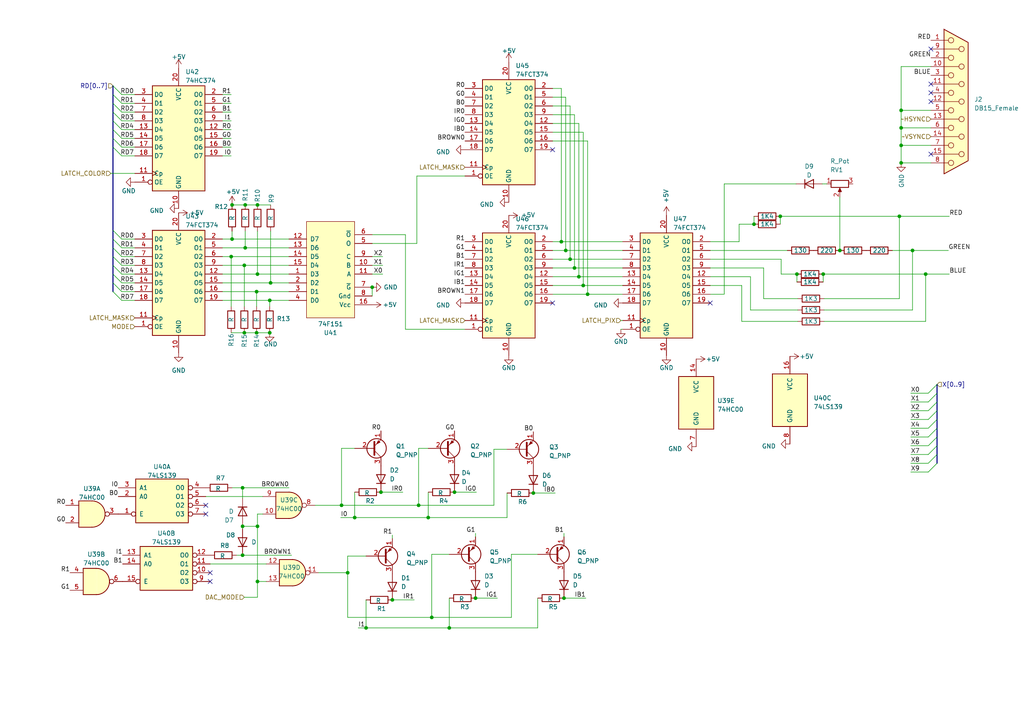
<source format=kicad_sch>
(kicad_sch (version 20230121) (generator eeschema)
  (paper "A4")
  (lib_symbols
    (symbol "68000:MUX151" (pin_names (offset 1.016))
      (property "Reference" "U" (at 1.27 -31.75 0))
      (property "Value" "MUX151" (at 1.27 0 0))
      (symbol "MUX151_1_1"
        (pin input line (at 13.97 -13.97 180) (length 5.08) (name "D3") (number "1"))
        (pin input line (at -10.16 -16.51 0) (length 5.08) (name "B") (number "10"))
        (pin input line (at -10.16 -13.97 0) (length 5.08) (name "A") (number "11"))
        (pin input line (at 13.97 -24.13 180) (length 5.08) (name "D7") (number "12"))
        (pin input line (at 13.97 -21.59 180) (length 5.08) (name "D6") (number "13"))
        (pin input line (at 13.97 -19.05 180) (length 5.08) (name "D5") (number "14"))
        (pin input line (at 13.97 -16.51 180) (length 5.08) (name "D4") (number "15"))
        (pin power_in line (at -10.16 -5.08 0) (length 5.08) (name "Vcc") (number "16"))
        (pin input line (at 13.97 -11.43 180) (length 5.08) (name "D2") (number "2"))
        (pin input line (at 13.97 -8.89 180) (length 5.08) (name "D1") (number "3"))
        (pin input line (at 13.97 -6.35 180) (length 5.08) (name "D0") (number "4"))
        (pin output line (at -10.16 -22.86 0) (length 5.08) (name "O") (number "5"))
        (pin output line (at -10.16 -25.4 0) (length 5.08) (name "~{O}") (number "6"))
        (pin input line (at -10.16 -10.16 0) (length 5.08) (name "~{G}") (number "7"))
        (pin power_in line (at -10.16 -7.62 0) (length 5.08) (name "Gnd") (number "8"))
        (pin input line (at -10.16 -19.05 0) (length 5.08) (name "C") (number "9"))
      )
    )
    (symbol "74xx:74AHC374"
      (property "Reference" "U" (at -7.62 16.51 0))
      (property "Value" "74AHC374" (at -7.62 -16.51 0))
      (symbol "74AHC374_1_0"
        (pin input inverted (at -12.7 -12.7 0) (length 5.08) (name "OE") (number "1"))
        (pin power_in line (at 0 -20.32 90) (length 5.08) (name "GND") (number "10"))
        (pin input clock (at -12.7 -10.16 0) (length 5.08) (name "Cp") (number "11"))
        (pin tri_state line (at 12.7 2.54 180) (length 5.08) (name "O4") (number "12"))
        (pin input line (at -12.7 2.54 0) (length 5.08) (name "D4") (number "13"))
        (pin input line (at -12.7 0 0) (length 5.08) (name "D5") (number "14"))
        (pin tri_state line (at 12.7 0 180) (length 5.08) (name "O5") (number "15"))
        (pin tri_state line (at 12.7 -2.54 180) (length 5.08) (name "O6") (number "16"))
        (pin input line (at -12.7 -2.54 0) (length 5.08) (name "D6") (number "17"))
        (pin input line (at -12.7 -5.08 0) (length 5.08) (name "D7") (number "18"))
        (pin tri_state line (at 12.7 -5.08 180) (length 5.08) (name "O7") (number "19"))
        (pin tri_state line (at 12.7 12.7 180) (length 5.08) (name "O0") (number "2"))
        (pin power_in line (at 0 20.32 270) (length 5.08) (name "VCC") (number "20"))
        (pin input line (at -12.7 12.7 0) (length 5.08) (name "D0") (number "3"))
        (pin input line (at -12.7 10.16 0) (length 5.08) (name "D1") (number "4"))
        (pin tri_state line (at 12.7 10.16 180) (length 5.08) (name "O1") (number "5"))
        (pin tri_state line (at 12.7 7.62 180) (length 5.08) (name "O2") (number "6"))
        (pin input line (at -12.7 7.62 0) (length 5.08) (name "D2") (number "7"))
        (pin input line (at -12.7 5.08 0) (length 5.08) (name "D3") (number "8"))
        (pin tri_state line (at 12.7 5.08 180) (length 5.08) (name "O3") (number "9"))
      )
    )
    (symbol "74xx:74HC00" (pin_names (offset 1.016))
      (property "Reference" "U" (at 0 1.27 0))
      (property "Value" "74HC00" (at 0 -1.27 0))
      (symbol "74HC00_1_1"
        (pin input line (at -7.62 2.54 0) (length 3.81) (name "~") (number "1"))
        (pin input line (at -7.62 -2.54 0) (length 3.81) (name "~") (number "2"))
        (pin output inverted (at 7.62 0 180) (length 3.81) (name "~") (number "3"))
      )
      (symbol "74HC00_1_2"
        (pin input inverted (at -7.62 2.54 0) (length 4.318) (name "~") (number "1"))
        (pin input inverted (at -7.62 -2.54 0) (length 4.318) (name "~") (number "2"))
        (pin output line (at 7.62 0 180) (length 3.81) (name "~") (number "3"))
      )
      (symbol "74HC00_2_1"
        (pin input line (at -7.62 2.54 0) (length 3.81) (name "~") (number "4"))
        (pin input line (at -7.62 -2.54 0) (length 3.81) (name "~") (number "5"))
        (pin output inverted (at 7.62 0 180) (length 3.81) (name "~") (number "6"))
      )
      (symbol "74HC00_2_2"
        (pin input inverted (at -7.62 2.54 0) (length 4.318) (name "~") (number "4"))
        (pin input inverted (at -7.62 -2.54 0) (length 4.318) (name "~") (number "5"))
        (pin output line (at 7.62 0 180) (length 3.81) (name "~") (number "6"))
      )
      (symbol "74HC00_3_1"
        (pin input line (at -7.62 -2.54 0) (length 3.81) (name "~") (number "10"))
        (pin output inverted (at 7.62 0 180) (length 3.81) (name "~") (number "8"))
        (pin input line (at -7.62 2.54 0) (length 3.81) (name "~") (number "9"))
      )
      (symbol "74HC00_3_2"
        (pin input inverted (at -7.62 -2.54 0) (length 4.318) (name "~") (number "10"))
        (pin output line (at 7.62 0 180) (length 3.81) (name "~") (number "8"))
        (pin input inverted (at -7.62 2.54 0) (length 4.318) (name "~") (number "9"))
      )
      (symbol "74HC00_4_1"
        (pin output inverted (at 7.62 0 180) (length 3.81) (name "~") (number "11"))
        (pin input line (at -7.62 2.54 0) (length 3.81) (name "~") (number "12"))
        (pin input line (at -7.62 -2.54 0) (length 3.81) (name "~") (number "13"))
      )
      (symbol "74HC00_4_2"
        (pin output line (at 7.62 0 180) (length 3.81) (name "~") (number "11"))
        (pin input inverted (at -7.62 2.54 0) (length 4.318) (name "~") (number "12"))
        (pin input inverted (at -7.62 -2.54 0) (length 4.318) (name "~") (number "13"))
      )
      (symbol "74HC00_5_0"
        (pin power_in line (at 0 12.7 270) (length 5.08) (name "VCC") (number "14"))
        (pin power_in line (at 0 -12.7 90) (length 5.08) (name "GND") (number "7"))
      )
    )
    (symbol "74xx:74LS139" (pin_names (offset 1.016))
      (property "Reference" "U" (at -7.62 8.89 0))
      (property "Value" "74LS139" (at -7.62 -8.89 0))
      (symbol "74LS139_1_0"
        (pin input inverted (at -12.7 -5.08 0) (length 5.08) (name "E") (number "1"))
        (pin input line (at -12.7 0 0) (length 5.08) (name "A0") (number "2"))
        (pin input line (at -12.7 2.54 0) (length 5.08) (name "A1") (number "3"))
        (pin output inverted (at 12.7 2.54 180) (length 5.08) (name "O0") (number "4"))
        (pin output inverted (at 12.7 0 180) (length 5.08) (name "O1") (number "5"))
        (pin output inverted (at 12.7 -2.54 180) (length 5.08) (name "O2") (number "6"))
        (pin output inverted (at 12.7 -5.08 180) (length 5.08) (name "O3") (number "7"))
      )
      (symbol "74LS139_2_0"
        (pin output inverted (at 12.7 -2.54 180) (length 5.08) (name "O2") (number "10"))
        (pin output inverted (at 12.7 0 180) (length 5.08) (name "O1") (number "11"))
        (pin output inverted (at 12.7 2.54 180) (length 5.08) (name "O0") (number "12"))
        (pin input line (at -12.7 2.54 0) (length 5.08) (name "A1") (number "13"))
        (pin input line (at -12.7 0 0) (length 5.08) (name "A0") (number "14"))
        (pin input inverted (at -12.7 -5.08 0) (length 5.08) (name "E") (number "15"))
        (pin output inverted (at 12.7 -5.08 180) (length 5.08) (name "O3") (number "9"))
      )
      (symbol "74LS139_3_0"
        (pin power_in line (at 0 12.7 270) (length 5.08) (name "VCC") (number "16"))
        (pin power_in line (at 0 -12.7 90) (length 5.08) (name "GND") (number "8"))
      )
    )
    (symbol "Connector:DB15_Female" (pin_names (offset 1.016) hide)
      (property "Reference" "J" (at 0.508 21.59 0))
      (property "Value" "DB15_Female" (at 0 -22.225 0))
      (symbol "DB15_Female_1_1"
        (pin passive line (at -7.62 17.78 0) (length 3.81) (name "1") (number "1"))
        (pin passive line (at -7.62 10.16 0) (length 3.81) (name "P10") (number "10"))
        (pin passive line (at -7.62 5.08 0) (length 3.81) (name "P111") (number "11"))
        (pin passive line (at -7.62 0 0) (length 3.81) (name "P12") (number "12"))
        (pin passive line (at -7.62 -5.08 0) (length 3.81) (name "P13") (number "13"))
        (pin passive line (at -7.62 -10.16 0) (length 3.81) (name "P14") (number "14"))
        (pin passive line (at -7.62 -15.24 0) (length 3.81) (name "P15") (number "15"))
        (pin passive line (at -7.62 12.7 0) (length 3.81) (name "2") (number "2"))
        (pin passive line (at -7.62 7.62 0) (length 3.81) (name "3") (number "3"))
        (pin passive line (at -7.62 2.54 0) (length 3.81) (name "4") (number "4"))
        (pin passive line (at -7.62 -2.54 0) (length 3.81) (name "5") (number "5"))
        (pin passive line (at -7.62 -7.62 0) (length 3.81) (name "6") (number "6"))
        (pin passive line (at -7.62 -12.7 0) (length 3.81) (name "7") (number "7"))
        (pin passive line (at -7.62 -17.78 0) (length 3.81) (name "8") (number "8"))
        (pin passive line (at -7.62 15.24 0) (length 3.81) (name "P9") (number "9"))
      )
    )
    (symbol "Device:D" (pin_numbers hide) (pin_names (offset 1.016) hide)
      (property "Reference" "D" (at 0 2.54 0))
      (property "Value" "D" (at 0 -2.54 0))
      (symbol "D_1_1"
        (pin passive line (at -3.81 0 0) (length 2.54) (name "K") (number "1"))
        (pin passive line (at 3.81 0 180) (length 2.54) (name "A") (number "2"))
      )
    )
    (symbol "Device:Q_PNP_EBC" (pin_names (offset 0) hide)
      (property "Reference" "Q" (at 5.08 1.27 0))
      (property "Value" "Q_PNP_EBC" (at 5.08 -1.27 0))
      (symbol "Q_PNP_EBC_1_1"
        (pin passive line (at 2.54 -5.08 90) (length 2.54) (name "E") (number "1"))
        (pin input line (at -5.08 0 0) (length 5.715) (name "B") (number "2"))
        (pin passive line (at 2.54 5.08 270) (length 2.54) (name "C") (number "3"))
      )
    )
    (symbol "Device:R" (pin_numbers hide) (pin_names (offset 0))
      (property "Reference" "R" (at 2.032 0 90))
      (property "Value" "R" (at 0 0 90))
      (symbol "R_1_1"
        (pin passive line (at 0 3.81 270) (length 1.27) (name "~") (number "1"))
        (pin passive line (at 0 -3.81 90) (length 1.27) (name "~") (number "2"))
      )
    )
    (symbol "Device:R_Potentiometer" (pin_names (offset 1.016) hide)
      (property "Reference" "RV" (at -4.445 0 90))
      (property "Value" "R_Potentiometer" (at -2.54 0 90))
      (symbol "R_Potentiometer_1_1"
        (pin passive line (at 0 3.81 270) (length 1.27) (name "1") (number "1"))
        (pin passive line (at 3.81 0 180) (length 1.27) (name "2") (number "2"))
        (pin passive line (at 0 -3.81 90) (length 1.27) (name "3") (number "3"))
      )
    )
    (symbol "power:+5V" (power) (pin_names (offset 0))
      (property "Value" "+5V" (at 0 3.556 0))
      (symbol "+5V_1_1"
        (pin power_in line (at 0 0 90) (length 0) hide (name "+5V") (number "1"))
      )
    )
    (symbol "power:GND" (power) (pin_names (offset 0))
      (property "Value" "GND" (at 0 -3.81 0))
      (symbol "GND_1_1"
        (pin power_in line (at 0 0 270) (length 0) hide (name "GND") (number "1"))
      )
    )
  )
  (junction (at 121.412 146.558))
  (junction (at 74.676 59.436))
  (junction (at 78.232 96.52))
  (junction (at 78.486 82.042))
  (junction (at 130.302 182.118))
  (junction (at 154.686 143.002))
  (junction (at 70.358 161.036))
  (junction (at 226.314 62.738))
  (junction (at 107.95 83.312))
  (junction (at 67.056 74.422))
  (junction (at 110.49 142.748))
  (junction (at 74.676 168.656))
  (junction (at 67.31 69.342))
  (junction (at 162.814 70.104))
  (junction (at 218.694 65.024))
  (junction (at 70.358 141.478))
  (junction (at 124.206 150.114))
  (junction (at 70.866 76.962))
  (junction (at 170.434 85.344))
  (junction (at 131.826 142.748))
  (junction (at 74.422 96.52))
  (junction (at 166.624 77.724))
  (junction (at 70.358 152.654))
  (junction (at 164.084 72.644))
  (junction (at 74.676 152.654))
  (junction (at 169.164 82.804))
  (junction (at 70.866 96.52))
  (junction (at 99.06 146.558))
  (junction (at 167.894 80.264))
  (junction (at 106.172 182.118))
  (junction (at 260.858 62.738))
  (junction (at 261.366 47.244))
  (junction (at 78.232 87.122))
  (junction (at 74.422 84.582))
  (junction (at 71.12 71.882))
  (junction (at 67.31 59.436))
  (junction (at 125.222 179.07))
  (junction (at 137.922 173.482))
  (junction (at 268.478 79.502))
  (junction (at 243.586 72.644))
  (junction (at 261.366 42.164))
  (junction (at 71.12 59.436))
  (junction (at 238.76 79.502))
  (junction (at 74.676 79.502))
  (junction (at 261.366 37.084))
  (junction (at 102.87 150.114))
  (junction (at 231.14 79.502))
  (junction (at 165.354 75.184))
  (junction (at 100.838 166.116))
  (junction (at 113.792 173.99))
  (junction (at 163.576 173.482))
  (junction (at 264.668 72.644))
  (junction (at 261.366 32.004))
  (no_connect (at 270.002 26.924))
  (no_connect (at 160.274 43.434))
  (no_connect (at 270.002 14.224))
  (no_connect (at 59.69 146.558))
  (no_connect (at 270.002 24.384))
  (no_connect (at 205.994 87.884))
  (no_connect (at 60.96 168.656))
  (no_connect (at 270.002 29.464))
  (no_connect (at 270.002 44.704))
  (no_connect (at 60.96 166.116))
  (no_connect (at 160.274 87.884))
  (no_connect (at 59.69 149.098))
  (bus_entry (at 35.306 45.212) (size -2.54 -2.54))
  (bus_entry (at 35.306 40.132) (size -2.54 -2.54))
  (bus_entry (at 35.306 42.672) (size -2.54 -2.54))
  (bus_entry (at 35.306 76.962) (size -2.54 -2.54))
  (bus_entry (at 269.24 136.906) (size 2.54 -2.54))
  (bus_entry (at 269.24 119.126) (size 2.54 -2.54))
  (bus_entry (at 35.306 35.052) (size -2.54 -2.54))
  (bus_entry (at 269.24 134.366) (size 2.54 -2.54))
  (bus_entry (at 269.24 121.666) (size 2.54 -2.54))
  (bus_entry (at 269.24 131.826) (size 2.54 -2.54))
  (bus_entry (at 35.306 32.512) (size -2.54 -2.54))
  (bus_entry (at 35.306 79.502) (size -2.54 -2.54))
  (bus_entry (at 35.306 71.882) (size -2.54 -2.54))
  (bus_entry (at 35.306 69.342) (size -2.54 -2.54))
  (bus_entry (at 35.306 74.422) (size -2.54 -2.54))
  (bus_entry (at 269.24 116.586) (size 2.54 -2.54))
  (bus_entry (at 269.24 129.286) (size 2.54 -2.54))
  (bus_entry (at 269.24 126.746) (size 2.54 -2.54))
  (bus_entry (at 35.306 27.432) (size -2.54 -2.54))
  (bus_entry (at 35.306 84.582) (size -2.54 -2.54))
  (bus_entry (at 269.24 124.206) (size 2.54 -2.54))
  (bus_entry (at 35.306 29.972) (size -2.54 -2.54))
  (bus_entry (at 35.306 82.042) (size -2.54 -2.54))
  (bus_entry (at 269.24 114.046) (size 2.54 -2.54))
  (bus_entry (at 35.306 37.592) (size -2.54 -2.54))
  (bus_entry (at 35.306 87.122) (size -2.54 -2.54))
  (wire (pts (xy 67.056 96.52) (xy 70.866 96.52)))
  (wire (pts (xy 84.582 161.036) (xy 70.358 161.036)))
  (wire (pts (xy 243.586 57.15) (xy 243.586 72.644)))
  (wire (pts (xy 74.676 152.654) (xy 74.676 168.656)))
  (wire (pts (xy 67.056 35.052) (xy 64.516 35.052)))
  (wire (pts (xy 264.16 116.586) (xy 269.24 116.586)))
  (wire (pts (xy 226.314 62.738) (xy 226.314 65.024)))
  (wire (pts (xy 170.434 85.344) (xy 180.594 85.344)))
  (wire (pts (xy 74.676 173.228) (xy 74.676 168.656)))
  (wire (pts (xy 167.894 80.264) (xy 180.594 80.264)))
  (wire (pts (xy 99.06 146.558) (xy 121.412 146.558)))
  (wire (pts (xy 67.056 27.432) (xy 64.516 27.432)))
  (wire (pts (xy 131.826 142.748) (xy 138.176 142.748)))
  (bus (pts (xy 271.78 111.506) (xy 271.78 114.046)))
  (wire (pts (xy 64.516 79.502) (xy 74.676 79.502)))
  (bus (pts (xy 271.78 129.286) (xy 271.78 131.826)))
  (wire (pts (xy 162.814 70.104) (xy 160.274 70.104)))
  (wire (pts (xy 100.838 179.07) (xy 125.222 179.07)))
  (wire (pts (xy 64.516 71.882) (xy 71.12 71.882)))
  (wire (pts (xy 164.084 28.194) (xy 164.084 72.644)))
  (wire (pts (xy 35.306 32.512) (xy 39.116 32.512)))
  (wire (pts (xy 78.486 67.056) (xy 78.486 82.042)))
  (wire (pts (xy 264.16 124.206) (xy 269.24 124.206)))
  (wire (pts (xy 166.624 77.724) (xy 180.594 77.724)))
  (wire (pts (xy 155.956 182.118) (xy 130.302 182.118)))
  (wire (pts (xy 169.164 38.354) (xy 169.164 82.804)))
  (wire (pts (xy 165.354 75.184) (xy 180.594 75.184)))
  (wire (pts (xy 261.366 47.244) (xy 270.002 47.244)))
  (bus (pts (xy 271.78 124.206) (xy 271.78 126.746)))
  (wire (pts (xy 67.056 40.132) (xy 64.516 40.132)))
  (wire (pts (xy 162.814 70.104) (xy 180.594 70.104)))
  (wire (pts (xy 70.358 152.654) (xy 70.358 152.146)))
  (wire (pts (xy 205.994 72.644) (xy 228.346 72.644)))
  (wire (pts (xy 268.478 79.502) (xy 275.336 79.502)))
  (wire (pts (xy 92.456 166.116) (xy 100.838 166.116)))
  (wire (pts (xy 205.994 85.344) (xy 210.058 85.344)))
  (wire (pts (xy 102.87 142.748) (xy 102.87 150.114)))
  (bus (pts (xy 32.766 71.882) (xy 32.766 74.422)))
  (wire (pts (xy 180.594 92.964) (xy 180.086 92.964)))
  (wire (pts (xy 218.694 65.024) (xy 214.376 65.024)))
  (wire (pts (xy 116.84 142.748) (xy 110.49 142.748)))
  (wire (pts (xy 160.274 33.274) (xy 166.624 33.274)))
  (wire (pts (xy 264.668 89.916) (xy 264.668 72.644)))
  (wire (pts (xy 205.994 82.804) (xy 215.138 82.804)))
  (wire (pts (xy 64.516 69.342) (xy 67.31 69.342)))
  (wire (pts (xy 148.336 160.782) (xy 155.956 160.782)))
  (wire (pts (xy 125.222 160.782) (xy 130.302 160.782)))
  (wire (pts (xy 160.274 30.734) (xy 165.354 30.734)))
  (wire (pts (xy 164.084 72.644) (xy 180.594 72.644)))
  (wire (pts (xy 64.516 76.962) (xy 70.866 76.962)))
  (wire (pts (xy 113.792 156.21) (xy 113.792 155.194)))
  (wire (pts (xy 210.058 53.34) (xy 210.058 85.344)))
  (wire (pts (xy 35.306 74.422) (xy 39.116 74.422)))
  (wire (pts (xy 107.95 70.612) (xy 120.904 70.612)))
  (wire (pts (xy 215.138 82.804) (xy 215.138 93.218)))
  (wire (pts (xy 270.002 19.304) (xy 261.366 19.304)))
  (wire (pts (xy 70.358 144.526) (xy 70.358 141.478)))
  (wire (pts (xy 67.056 32.512) (xy 64.516 32.512)))
  (wire (pts (xy 258.826 72.644) (xy 264.668 72.644)))
  (wire (pts (xy 67.056 42.672) (xy 64.516 42.672)))
  (bus (pts (xy 32.766 79.502) (xy 32.766 82.042)))
  (wire (pts (xy 124.206 130.048) (xy 121.412 130.048)))
  (bus (pts (xy 32.766 37.592) (xy 32.766 40.132)))
  (wire (pts (xy 226.314 62.738) (xy 260.858 62.738)))
  (wire (pts (xy 143.256 130.302) (xy 143.256 146.558)))
  (wire (pts (xy 167.894 80.264) (xy 167.894 35.814)))
  (bus (pts (xy 32.766 69.342) (xy 32.766 71.882)))
  (wire (pts (xy 164.084 72.644) (xy 160.274 72.644)))
  (wire (pts (xy 260.858 86.614) (xy 260.858 62.738)))
  (wire (pts (xy 70.866 96.52) (xy 74.422 96.52)))
  (wire (pts (xy 130.302 182.118) (xy 130.302 173.482)))
  (wire (pts (xy 35.306 37.592) (xy 39.116 37.592)))
  (wire (pts (xy 74.422 84.582) (xy 74.422 88.9)))
  (wire (pts (xy 67.31 59.436) (xy 71.12 59.436)))
  (wire (pts (xy 264.16 134.366) (xy 269.24 134.366)))
  (wire (pts (xy 221.488 77.724) (xy 221.488 86.614)))
  (wire (pts (xy 120.904 70.612) (xy 120.904 51.054)))
  (wire (pts (xy 60.96 163.576) (xy 77.216 163.576)))
  (wire (pts (xy 163.576 155.702) (xy 163.576 154.686)))
  (wire (pts (xy 67.056 45.212) (xy 64.516 45.212)))
  (wire (pts (xy 147.066 150.114) (xy 147.066 143.002)))
  (wire (pts (xy 239.014 89.916) (xy 264.668 89.916)))
  (wire (pts (xy 124.206 150.114) (xy 147.066 150.114)))
  (wire (pts (xy 121.412 146.558) (xy 143.256 146.558)))
  (bus (pts (xy 271.78 119.126) (xy 271.78 121.666)))
  (wire (pts (xy 169.164 82.804) (xy 160.274 82.804)))
  (wire (pts (xy 35.306 69.342) (xy 39.116 69.342)))
  (wire (pts (xy 137.922 155.702) (xy 137.922 154.686)))
  (wire (pts (xy 268.478 93.218) (xy 268.478 79.502)))
  (wire (pts (xy 70.358 141.478) (xy 67.31 141.478)))
  (wire (pts (xy 67.31 69.342) (xy 83.82 69.342)))
  (wire (pts (xy 110.998 74.422) (xy 107.95 74.422)))
  (wire (pts (xy 217.678 89.916) (xy 217.678 80.264)))
  (wire (pts (xy 35.306 40.132) (xy 39.116 40.132)))
  (wire (pts (xy 230.886 53.34) (xy 210.058 53.34)))
  (wire (pts (xy 167.894 80.264) (xy 160.274 80.264)))
  (wire (pts (xy 264.16 136.906) (xy 269.24 136.906)))
  (wire (pts (xy 160.274 40.894) (xy 170.434 40.894)))
  (wire (pts (xy 264.16 131.826) (xy 269.24 131.826)))
  (wire (pts (xy 261.366 37.084) (xy 270.002 37.084)))
  (wire (pts (xy 74.676 79.502) (xy 83.82 79.502)))
  (wire (pts (xy 264.16 129.286) (xy 269.24 129.286)))
  (wire (pts (xy 160.274 28.194) (xy 164.084 28.194)))
  (bus (pts (xy 32.766 82.042) (xy 32.766 84.582)))
  (wire (pts (xy 226.568 79.502) (xy 231.14 79.502)))
  (bus (pts (xy 271.78 114.046) (xy 271.78 116.586)))
  (wire (pts (xy 64.516 87.122) (xy 78.232 87.122)))
  (wire (pts (xy 70.866 76.962) (xy 70.866 88.9)))
  (wire (pts (xy 238.76 79.502) (xy 268.478 79.502)))
  (wire (pts (xy 124.206 150.114) (xy 124.206 142.748)))
  (wire (pts (xy 64.516 84.582) (xy 74.422 84.582)))
  (wire (pts (xy 35.306 27.432) (xy 39.116 27.432)))
  (bus (pts (xy 271.78 131.826) (xy 271.78 134.366)))
  (bus (pts (xy 32.766 24.892) (xy 32.766 27.432)))
  (wire (pts (xy 107.95 68.072) (xy 117.602 68.072)))
  (wire (pts (xy 215.138 93.218) (xy 231.394 93.218)))
  (wire (pts (xy 83.82 141.478) (xy 70.358 141.478)))
  (wire (pts (xy 106.172 182.118) (xy 130.302 182.118)))
  (wire (pts (xy 35.306 71.882) (xy 39.116 71.882)))
  (wire (pts (xy 70.358 153.416) (xy 70.358 152.654)))
  (wire (pts (xy 74.676 149.098) (xy 74.676 152.654)))
  (bus (pts (xy 271.78 116.586) (xy 271.78 119.126)))
  (wire (pts (xy 217.678 80.264) (xy 205.994 80.264)))
  (wire (pts (xy 147.066 130.302) (xy 143.256 130.302)))
  (wire (pts (xy 162.814 25.654) (xy 160.274 25.654)))
  (wire (pts (xy 170.434 85.344) (xy 160.274 85.344)))
  (wire (pts (xy 165.354 75.184) (xy 160.274 75.184)))
  (wire (pts (xy 165.354 30.734) (xy 165.354 75.184)))
  (wire (pts (xy 180.594 95.504) (xy 180.086 95.504)))
  (wire (pts (xy 35.306 82.042) (xy 39.116 82.042)))
  (wire (pts (xy 67.056 74.422) (xy 83.82 74.422)))
  (wire (pts (xy 78.486 82.042) (xy 83.82 82.042)))
  (wire (pts (xy 231.14 79.502) (xy 231.14 81.788)))
  (wire (pts (xy 169.926 173.482) (xy 163.576 173.482)))
  (bus (pts (xy 32.766 35.052) (xy 32.766 37.592)))
  (wire (pts (xy 148.336 160.782) (xy 148.336 179.07)))
  (wire (pts (xy 98.806 150.114) (xy 102.87 150.114)))
  (wire (pts (xy 205.994 77.724) (xy 221.488 77.724)))
  (wire (pts (xy 74.422 96.52) (xy 78.232 96.52)))
  (wire (pts (xy 205.994 75.184) (xy 226.568 75.184)))
  (wire (pts (xy 117.602 68.072) (xy 117.602 95.504)))
  (wire (pts (xy 270.002 32.004) (xy 261.366 32.004)))
  (wire (pts (xy 110.998 79.502) (xy 107.95 79.502)))
  (wire (pts (xy 74.676 67.056) (xy 74.676 79.502)))
  (wire (pts (xy 166.624 77.724) (xy 160.274 77.724)))
  (wire (pts (xy 160.274 38.354) (xy 169.164 38.354)))
  (wire (pts (xy 205.994 70.104) (xy 214.376 70.104)))
  (wire (pts (xy 35.306 84.582) (xy 39.116 84.582)))
  (wire (pts (xy 125.222 160.782) (xy 125.222 179.07)))
  (wire (pts (xy 170.434 40.894) (xy 170.434 85.344)))
  (wire (pts (xy 70.358 152.654) (xy 74.676 152.654)))
  (wire (pts (xy 161.036 143.002) (xy 154.686 143.002)))
  (wire (pts (xy 70.358 161.036) (xy 68.58 161.036)))
  (wire (pts (xy 64.516 82.042) (xy 78.486 82.042)))
  (wire (pts (xy 35.306 87.122) (xy 39.116 87.122)))
  (wire (pts (xy 78.232 87.122) (xy 83.82 87.122)))
  (wire (pts (xy 107.95 83.312) (xy 107.95 85.852)))
  (wire (pts (xy 35.306 79.502) (xy 39.116 79.502)))
  (wire (pts (xy 71.12 67.056) (xy 71.12 71.882)))
  (wire (pts (xy 100.838 161.29) (xy 100.838 166.116)))
  (wire (pts (xy 103.886 182.118) (xy 106.172 182.118)))
  (wire (pts (xy 35.306 29.972) (xy 39.116 29.972)))
  (wire (pts (xy 32.131 50.292) (xy 39.116 50.292)))
  (wire (pts (xy 67.056 74.422) (xy 67.056 88.9)))
  (wire (pts (xy 102.87 130.048) (xy 99.06 130.048)))
  (wire (pts (xy 35.306 45.212) (xy 39.116 45.212)))
  (bus (pts (xy 32.766 29.972) (xy 32.766 32.512)))
  (wire (pts (xy 221.488 86.614) (xy 231.394 86.614)))
  (wire (pts (xy 169.164 82.804) (xy 180.594 82.804)))
  (bus (pts (xy 32.766 32.512) (xy 32.766 35.052)))
  (wire (pts (xy 264.16 121.666) (xy 269.24 121.666)))
  (bus (pts (xy 32.766 76.962) (xy 32.766 79.502)))
  (wire (pts (xy 70.866 76.962) (xy 83.82 76.962)))
  (wire (pts (xy 261.366 19.304) (xy 261.366 32.004)))
  (wire (pts (xy 74.422 84.582) (xy 83.82 84.582)))
  (wire (pts (xy 260.858 62.738) (xy 275.336 62.738)))
  (wire (pts (xy 35.306 35.052) (xy 39.116 35.052)))
  (wire (pts (xy 226.568 75.184) (xy 226.568 79.502)))
  (wire (pts (xy 162.814 25.654) (xy 162.814 70.104)))
  (bus (pts (xy 271.78 126.746) (xy 271.78 129.286)))
  (wire (pts (xy 102.87 150.114) (xy 124.206 150.114)))
  (wire (pts (xy 67.056 37.592) (xy 64.516 37.592)))
  (wire (pts (xy 231.394 89.916) (xy 217.678 89.916)))
  (wire (pts (xy 74.676 59.436) (xy 78.486 59.436)))
  (wire (pts (xy 110.998 76.962) (xy 107.95 76.962)))
  (wire (pts (xy 106.172 161.29) (xy 100.838 161.29)))
  (wire (pts (xy 64.516 74.422) (xy 67.056 74.422)))
  (wire (pts (xy 35.306 76.962) (xy 39.116 76.962)))
  (wire (pts (xy 106.172 182.118) (xy 106.172 173.99)))
  (wire (pts (xy 261.366 42.164) (xy 261.366 37.084)))
  (wire (pts (xy 218.694 62.738) (xy 218.694 65.024)))
  (wire (pts (xy 100.838 166.116) (xy 100.838 179.07)))
  (wire (pts (xy 71.12 71.882) (xy 83.82 71.882)))
  (wire (pts (xy 238.506 53.34) (xy 239.776 53.34)))
  (wire (pts (xy 67.056 29.972) (xy 64.516 29.972)))
  (wire (pts (xy 239.014 93.218) (xy 268.478 93.218)))
  (bus (pts (xy 32.766 42.672) (xy 32.766 66.802)))
  (wire (pts (xy 78.232 87.122) (xy 78.232 88.9)))
  (wire (pts (xy 121.412 130.048) (xy 121.412 146.558)))
  (wire (pts (xy 99.06 130.048) (xy 99.06 146.558)))
  (wire (pts (xy 214.376 65.024) (xy 214.376 70.104)))
  (wire (pts (xy 144.272 173.482) (xy 137.922 173.482)))
  (wire (pts (xy 264.16 119.126) (xy 269.24 119.126)))
  (wire (pts (xy 264.668 72.644) (xy 275.082 72.644)))
  (bus (pts (xy 32.766 40.132) (xy 32.766 42.672)))
  (wire (pts (xy 134.874 95.504) (xy 117.602 95.504)))
  (wire (pts (xy 160.274 35.814) (xy 167.894 35.814)))
  (wire (pts (xy 264.16 126.746) (xy 269.24 126.746)))
  (wire (pts (xy 59.69 144.018) (xy 76.2 144.018)))
  (wire (pts (xy 91.44 146.558) (xy 99.06 146.558)))
  (wire (pts (xy 74.676 168.656) (xy 77.216 168.656)))
  (wire (pts (xy 166.624 33.274) (xy 166.624 77.724)))
  (wire (pts (xy 120.142 173.99) (xy 113.792 173.99)))
  (wire (pts (xy 261.366 47.244) (xy 261.366 42.164)))
  (wire (pts (xy 70.866 173.228) (xy 74.676 173.228)))
  (bus (pts (xy 32.766 74.422) (xy 32.766 76.962)))
  (wire (pts (xy 67.31 67.056) (xy 67.31 69.342)))
  (wire (pts (xy 120.904 51.054) (xy 134.874 51.054)))
  (wire (pts (xy 261.366 42.164) (xy 270.002 42.164)))
  (wire (pts (xy 35.306 42.672) (xy 39.116 42.672)))
  (wire (pts (xy 261.366 32.004) (xy 261.366 37.084)))
  (bus (pts (xy 271.78 121.666) (xy 271.78 124.206)))
  (wire (pts (xy 264.16 114.046) (xy 269.24 114.046)))
  (bus (pts (xy 32.766 66.802) (xy 32.766 69.342)))
  (wire (pts (xy 239.014 86.614) (xy 260.858 86.614)))
  (wire (pts (xy 238.76 79.502) (xy 238.76 81.788)))
  (wire (pts (xy 125.222 179.07) (xy 148.336 179.07)))
  (wire (pts (xy 155.956 173.482) (xy 155.956 182.118)))
  (bus (pts (xy 32.766 27.432) (xy 32.766 29.972)))
  (wire (pts (xy 71.12 59.436) (xy 74.676 59.436)))
  (wire (pts (xy 76.2 149.098) (xy 74.676 149.098)))
  (label "RD2" (at 38.862 74.422 180))
  (label "B0" (at 154.686 125.222 180))
  (label "RD3" (at 38.862 76.962 180))
  (label "IR0" (at 134.874 33.274 180))
  (label "BLUE" (at 275.336 79.502 0))
  (label "BROWN0" (at 134.874 40.894 180))
  (label "IB1" (at 169.926 173.482 180))
  (label "RD6" (at 38.862 84.582 180))
  (label "IG0" (at 138.176 142.748 180))
  (label "I0" (at 98.806 150.114 0))
  (label "RED" (at 275.336 62.738 0))
  (label "IB0" (at 134.874 38.354 180))
  (label "GREEN" (at 270.002 16.764 180))
  (label "RD1" (at 38.862 29.972 180))
  (label "R1" (at 113.792 155.194 180))
  (label "X2" (at 264.16 119.126 0))
  (label "X4" (at 264.16 124.206 0))
  (label "X0" (at 110.998 79.502 180))
  (label "X9" (at 264.16 136.906 0))
  (label "R1" (at 134.874 70.104 180))
  (label "X7" (at 264.16 131.826 0))
  (label "BLUE" (at 270.002 21.844 180))
  (label "X1" (at 110.998 76.962 180))
  (label "G1" (at 67.056 29.972 180))
  (label "G0" (at 131.826 124.968 180))
  (label "RD7" (at 38.862 87.122 180))
  (label "I0" (at 34.29 141.478 180))
  (label "IG1" (at 144.272 173.482 180))
  (label "B1" (at 35.56 163.576 180))
  (label "IR1" (at 134.874 77.724 180))
  (label "RD2" (at 38.862 32.512 180))
  (label "RD5" (at 38.862 82.042 180))
  (label "B1" (at 67.056 32.512 180))
  (label "G0" (at 19.05 151.638 180))
  (label "X3" (at 264.16 121.666 0))
  (label "BROWN1" (at 134.874 85.344 180))
  (label "RD6" (at 38.862 42.672 180))
  (label "R0" (at 110.49 124.968 180))
  (label "RED" (at 270.002 11.684 180))
  (label "I0" (at 67.056 45.212 180))
  (label "RD3" (at 38.862 35.052 180))
  (label "R0" (at 67.056 37.592 180))
  (label "X1" (at 264.16 116.586 0))
  (label "B0" (at 67.056 42.672 180))
  (label "G1" (at 134.874 72.644 180))
  (label "X0" (at 264.16 114.046 0))
  (label "X6" (at 264.16 129.286 0))
  (label "G0" (at 134.874 28.194 180))
  (label "R0" (at 134.874 25.654 180))
  (label "G1" (at 137.922 154.686 180))
  (label "R0" (at 19.05 146.558 180))
  (label "X8" (at 264.16 134.366 0))
  (label "IG1" (at 134.874 80.264 180))
  (label "I1" (at 103.886 182.118 0))
  (label "R1" (at 67.056 27.432 180))
  (label "G0" (at 67.056 40.132 180))
  (label "R1" (at 20.32 166.116 180))
  (label "IR1" (at 120.142 173.99 180))
  (label "RD4" (at 38.862 37.592 180))
  (label "BROWN1" (at 84.582 161.036 180))
  (label "IG0" (at 134.874 35.814 180))
  (label "X5" (at 264.16 126.746 0))
  (label "RD4" (at 38.862 79.502 180))
  (label "RD5" (at 38.862 40.132 180))
  (label "G1" (at 20.32 171.196 180))
  (label "B0" (at 134.874 30.734 180))
  (label "BROWN0" (at 83.82 141.478 180))
  (label "I1" (at 67.056 35.052 180))
  (label "RD7" (at 38.862 45.212 180))
  (label "RD1" (at 38.862 71.882 180))
  (label "B1" (at 134.874 75.184 180))
  (label "B1" (at 163.576 154.686 180))
  (label "B0" (at 34.29 144.018 180))
  (label "X2" (at 110.998 74.422 180))
  (label "IR0" (at 116.84 142.748 180))
  (label "I1" (at 35.56 161.036 180))
  (label "IB0" (at 161.036 143.002 180))
  (label "IB1" (at 134.874 82.804 180))
  (label "RD0" (at 38.862 69.342 180))
  (label "RD0" (at 38.862 27.432 180))
  (label "GREEN" (at 275.082 72.644 0))
  (hierarchical_label "LATCH_COLOR" (shape input) (at 32.131 50.292 180))
  (hierarchical_label "~VSYNC" (shape input) (at 270.002 39.624 180))
  (hierarchical_label "LATCH_MASK" (shape input) (at 134.874 48.514 180))
  (hierarchical_label "X[0..9]" (shape input) (at 271.78 111.506 0))
  (hierarchical_label "LATCH_PIX" (shape input) (at 180.086 92.964 180))
  (hierarchical_label "RD[0..7]" (shape input) (at 32.766 24.892 180))
  (hierarchical_label "LATCH_MASK" (shape input) (at 39.116 92.202 180))
  (hierarchical_label "DAC_MODE" (shape input) (at 70.866 173.228 180))
  (hierarchical_label "LATCH_MASK" (shape input) (at 134.874 92.964 180))
  (hierarchical_label "~HSYNC" (shape input) (at 270.002 34.544 180))
  (hierarchical_label "MODE" (shape input) (at 39.116 94.742 180))
  (symbol (lib_id "Device:R") (at 239.776 72.644 270) (unit 1)
    (property "Reference" "R24" (effects hide))
    (property "Value" "220" (at 239.776 72.644 90))
    (property "Footprint" "68000:res" (effects hide))
  )
  (symbol (lib_id "power:GND") (at 201.93 129.54 270) (unit 1)
    (property "Reference" "#PWR057" (effects hide))
    (property "Value" "GND" (at 197.866 130.175 90) (effects (justify right)))
  )
  (symbol (lib_id "Device:R") (at 159.766 173.482 270) (unit 1)
    (property "Reference" "R5" (at 161.798 176.022 90) (effects (justify right)))
    (property "Value" "R" (at 160.274 173.736 90) (effects (justify right)))
    (property "Footprint" "68000:res" (effects hide))
  )
  (symbol (lib_id "Device:D") (at 234.696 53.34 0) (unit 1)
    (property "Reference" "D9" (at 234.696 48.26 0))
    (property "Value" "D" (at 234.696 50.8 0))
    (property "Footprint" "68000:D" (effects hide))
    (property "Sim.Device" "D" (effects hide))
    (property "Sim.Pins" "1=K 2=A" (effects hide))
  )
  (symbol (lib_id "power:GND") (at 229.108 128.778 270) (unit 1)
    (property "Reference" "#PWR079" (effects hide))
    (property "Value" "GND" (at 225.044 129.413 90) (effects (justify right)))
  )
  (symbol (lib_id "74xx:74LS139") (at 229.108 116.078 0) (unit 3)
    (property "Reference" "U40" (at 235.966 115.443 0) (effects (justify left)))
    (property "Value" "74LS139" (at 235.966 117.983 0) (effects (justify left)))
    (property "Footprint" "68000:DIP-16" (effects hide))
    (property "Datasheet" "http://www.ti.com/lit/ds/symlink/sn74ls139a.pdf" (effects hide))
  )
  (symbol (lib_id "Device:R") (at 70.866 92.71 180) (unit 1)
    (property "Reference" "R15" (at 70.866 100.838 90) (effects (justify right)))
    (property "Value" "R" (at 70.866 93.472 90) (effects (justify right)))
    (property "Footprint" "68000:res" (effects hide))
  )
  (symbol (lib_id "power:GND") (at 134.874 43.434 270) (unit 1)
    (property "Reference" "#PWR070" (effects hide))
    (property "Value" "GND" (at 130.556 44.069 90) (effects (justify right)))
  )
  (symbol (lib_id "Device:R_Potentiometer") (at 243.586 53.34 90) (mirror x) (unit 1)
    (property "Reference" "RV1" (at 240.792 49.276 90) (effects (justify right)))
    (property "Value" "R_Pot" (at 240.792 46.736 90) (effects (justify right)))
    (property "Footprint" "68000:POT" (effects hide))
  )
  (symbol (lib_id "74xx:74HC00") (at 26.67 149.098 0) (unit 1)
    (property "Reference" "U39" (at 26.6617 141.732 0))
    (property "Value" "74HC00" (at 26.6617 144.272 0))
    (property "Footprint" "68000:DIP-14" (effects hide))
    (property "Datasheet" "http://www.ti.com/lit/gpn/sn74hc00" (effects hide))
  )
  (symbol (lib_id "power:+5V") (at 51.816 61.722 270) (unit 1)
    (property "Reference" "#PWR0117" (effects hide))
    (property "Value" "+5V" (at 54.991 61.722 90) (effects (justify left)))
  )
  (symbol (lib_id "Device:R") (at 150.876 143.002 270) (unit 1)
    (property "Reference" "R6" (at 152.908 145.542 90) (effects (justify right)))
    (property "Value" "R" (at 151.384 143.256 90) (effects (justify right)))
    (property "Footprint" "68000:res" (effects hide))
  )
  (symbol (lib_id "Device:R") (at 63.5 141.478 270) (unit 1)
    (property "Reference" "R7" (at 65.278 138.684 90) (effects (justify right)))
    (property "Value" "R" (at 64.008 141.732 90) (effects (justify right)))
    (property "Footprint" "68000:res" (effects hide))
  )
  (symbol (lib_id "power:GND") (at 180.594 87.884 270) (unit 1)
    (property "Reference" "#PWR072" (effects hide))
    (property "Value" "GND" (at 176.276 88.519 90) (effects (justify right)))
  )
  (symbol (lib_id "power:GND") (at 261.366 47.244 0) (unit 1)
    (property "Reference" "#PWR0102" (effects hide))
    (property "Value" "GND" (at 261.493 50.419 90) (effects (justify right)))
  )
  (symbol (lib_id "Connector:DB15_Female") (at 277.622 29.464 0) (unit 1)
    (property "Reference" "J2" (at 282.575 28.829 0) (effects (justify left)))
    (property "Value" "DB15_Female" (at 282.575 31.369 0) (effects (justify left)))
    (property "Footprint" "68000:DSUB-15-HD_Female_Horizontal_P2.29x1.98mm_EdgePinOffset3.03mm_Housed_MountingHolesOffset4.94mm" (effects hide))
    (property "Datasheet" " ~" (effects hide))
    (instances (project "VGA" (path "" (reference "J2") (unit 1)) (path "" (reference "J1") (unit 1))))
  )
  (symbol (lib_id "power:+5V") (at 201.93 104.14 270) (unit 1)
    (property "Reference" "#PWR056" (effects hide))
    (property "Value" "+5V" (at 206.756 104.14 90))
  )
  (symbol (lib_id "Device:R") (at 134.112 173.482 270) (unit 1)
    (property "Reference" "R3" (at 136.144 176.022 90) (effects (justify right)))
    (property "Value" "R" (at 134.62 173.736 90) (effects (justify right)))
    (property "Footprint" "68000:res" (effects hide))
  )
  (symbol (lib_id "Device:R") (at 234.95 79.502 90) (unit 1)
    (property "Reference" "R20" (effects hide))
    (property "Value" "1K4" (at 234.95 79.502 90))
    (property "Footprint" "68000:res" (effects hide))
  )
  (symbol (lib_id "Device:R") (at 222.504 65.024 90) (unit 1)
    (property "Reference" "R17" (effects hide))
    (property "Value" "1K4" (at 222.504 65.024 90))
    (property "Footprint" "68000:res" (effects hide))
  )
  (symbol (lib_id "Device:R") (at 247.396 72.644 90) (unit 1)
    (property "Reference" "R25" (effects hide))
    (property "Value" "130" (at 247.396 72.644 90))
    (property "Footprint" "68000:res" (effects hide))
  )
  (symbol (lib_id "68000:MUX151") (at 97.79 93.472 180) (unit 1)
    (property "Reference" "U41" (at 95.885 96.52 0))
    (property "Value" "74F151" (at 95.885 93.98 0))
    (property "Footprint" "68000:DIP-16" (effects hide))
  )
  (symbol (lib_id "Device:D") (at 163.576 169.672 90) (unit 1)
    (property "Reference" "D5" (at 166.116 167.132 90) (effects (justify right)))
    (property "Value" "D" (at 166.116 169.672 90) (effects (justify right)))
    (property "Footprint" "68000:D" (effects hide))
    (property "Sim.Device" "D" (effects hide))
    (property "Sim.Pins" "1=K 2=A" (effects hide))
  )
  (symbol (lib_id "power:+5V") (at 67.31 59.436 0) (unit 1)
    (property "Reference" "#PWR069" (effects hide))
    (property "Value" "+5V" (at 65.532 55.626 0) (effects (justify left)))
  )
  (symbol (lib_id "74xx:74HC00") (at 201.93 116.84 0) (unit 5)
    (property "Reference" "U39" (at 208.026 116.205 0) (effects (justify left)))
    (property "Value" "74HC00" (at 208.026 118.745 0) (effects (justify left)))
    (property "Footprint" "68000:DIP-14" (effects hide))
    (property "Datasheet" "http://www.ti.com/lit/gpn/sn74hc00" (effects hide))
  )
  (symbol (lib_id "power:+5V") (at 229.108 103.378 270) (unit 1)
    (property "Reference" "#PWR077" (effects hide))
    (property "Value" "+5V" (at 233.934 103.378 90))
  )
  (symbol (lib_id "Device:Q_PNP_EBC") (at 161.036 160.782 0) (mirror x) (unit 1)
    (property "Reference" "Q6" (at 167.386 160.147 0) (effects (justify left)))
    (property "Value" "Q_PNP" (at 167.386 162.687 0) (effects (justify left)))
    (property "Footprint" "Package_TO_SOT_THT:TO-92_Inline" (effects hide))
  )
  (symbol (lib_id "Device:R") (at 74.676 63.246 180) (unit 1)
    (property "Reference" "R10" (at 74.676 58.674 90) (effects (justify right)))
    (property "Value" "R" (at 74.676 64.008 90) (effects (justify right)))
    (property "Footprint" "68000:res" (effects hide))
  )
  (symbol (lib_id "Device:R") (at 78.232 92.71 180) (unit 1)
    (property "Reference" "R13" (at 80.264 92.456 0) (effects (justify right)))
    (property "Value" "R" (at 78.232 93.472 90) (effects (justify right)))
    (property "Footprint" "68000:res" (effects hide))
  )
  (symbol (lib_id "74xx:74HC00") (at 83.82 146.558 0) (unit 3)
    (property "Reference" "U39" (at 83.82 145.034 0))
    (property "Value" "74HC00" (at 83.82 147.574 0))
    (property "Footprint" "68000:DIP-14" (effects hide))
    (property "Datasheet" "http://www.ti.com/lit/gpn/sn74hc00" (effects hide))
  )
  (symbol (lib_id "Device:R") (at 222.504 62.738 90) (unit 1)
    (property "Reference" "R18" (effects hide))
    (property "Value" "1K4" (at 222.504 62.738 90))
    (property "Footprint" "68000:res" (effects hide))
  )
  (symbol (lib_id "Device:R") (at 235.204 93.218 90) (unit 1)
    (property "Reference" "R22" (effects hide))
    (property "Value" "1K3" (at 235.204 93.218 90))
    (property "Footprint" "68000:res" (effects hide))
  )
  (symbol (lib_id "Device:R") (at 128.016 142.748 270) (unit 1)
    (property "Reference" "R4" (at 130.048 145.288 90) (effects (justify right)))
    (property "Value" "R" (at 128.524 143.002 90) (effects (justify right)))
    (property "Footprint" "68000:res" (effects hide))
  )
  (symbol (lib_id "power:GND") (at 107.95 83.312 90) (unit 1)
    (property "Reference" "#PWR0119" (effects hide))
    (property "Value" "GND" (at 111.252 83.312 90) (effects (justify right)))
  )
  (symbol (lib_id "Device:Q_PNP_EBC") (at 129.286 130.048 0) (mirror x) (unit 1)
    (property "Reference" "Q2" (at 136.398 129.413 0) (effects (justify left)))
    (property "Value" "Q_PNP" (at 136.398 131.953 0) (effects (justify left)))
    (property "Footprint" "Package_TO_SOT_THT:TO-92_Inline" (effects hide))
  )
  (symbol (lib_id "power:GND") (at 147.574 58.674 270) (unit 1)
    (property "Reference" "#PWR053" (effects hide))
    (property "Value" "GND" (at 143.256 59.309 90) (effects (justify right)))
  )
  (symbol (lib_id "power:GND") (at 180.086 95.504 0) (unit 1)
    (property "Reference" "#PWR0168" (effects hide))
    (property "Value" "GND" (at 178.054 99.06 0) (effects (justify left)))
  )
  (symbol (lib_id "power:GND") (at 193.294 103.124 0) (unit 1)
    (property "Reference" "#PWR0181" (effects hide))
    (property "Value" "GND" (at 191.262 106.68 0) (effects (justify left)))
  )
  (symbol (lib_id "Device:D") (at 70.358 157.226 90) (unit 1)
    (property "Reference" "D8" (at 65.532 155.194 90) (effects (justify right)))
    (property "Value" "D" (at 72.898 157.226 90) (effects (justify right)))
    (property "Footprint" "68000:D" (effects hide))
    (property "Sim.Device" "D" (effects hide))
    (property "Sim.Pins" "1=K 2=A" (effects hide))
  )
  (symbol (lib_id "Device:R") (at 78.486 63.246 180) (unit 1)
    (property "Reference" "R9" (at 78.74 58.928 90) (effects (justify right)))
    (property "Value" "R" (at 78.486 64.008 90) (effects (justify right)))
    (property "Footprint" "68000:res" (effects hide))
  )
  (symbol (lib_id "power:GND") (at 147.574 103.124 0) (unit 1)
    (property "Reference" "#PWR054" (effects hide))
    (property "Value" "GND" (at 145.542 106.68 0) (effects (justify left)))
  )
  (symbol (lib_id "Device:D") (at 70.358 148.336 270) (unit 1)
    (property "Reference" "D7" (at 67.818 150.876 90) (effects (justify right)))
    (property "Value" "D" (at 67.818 148.336 90) (effects (justify right)))
    (property "Footprint" "68000:D" (effects hide))
    (property "Sim.Device" "D" (effects hide))
    (property "Sim.Pins" "1=K 2=A" (effects hide))
  )
  (symbol (lib_id "Device:D") (at 131.826 138.938 90) (unit 1)
    (property "Reference" "D4" (at 133.858 137.16 90) (effects (justify right)))
    (property "Value" "D" (at 133.858 139.7 90) (effects (justify right)))
    (property "Footprint" "68000:D" (effects hide))
    (property "Sim.Device" "D" (effects hide))
    (property "Sim.Pins" "1=K 2=A" (effects hide))
  )
  (symbol (lib_id "Device:R") (at 64.77 161.036 270) (unit 1)
    (property "Reference" "R8" (at 66.548 158.242 90) (effects (justify right)))
    (property "Value" "R" (at 65.278 161.29 90) (effects (justify right)))
    (property "Footprint" "68000:res" (effects hide))
  )
  (symbol (lib_id "Device:D") (at 154.686 139.192 90) (unit 1)
    (property "Reference" "D6" (at 157.226 137.922 90) (effects (justify right)))
    (property "Value" "D" (at 157.226 140.462 90) (effects (justify right)))
    (property "Footprint" "68000:D" (effects hide))
    (property "Sim.Device" "D" (effects hide))
    (property "Sim.Pins" "1=K 2=A" (effects hide))
  )
  (symbol (lib_id "Device:R") (at 106.68 142.748 270) (unit 1)
    (property "Reference" "R2" (at 108.712 145.288 90) (effects (justify right)))
    (property "Value" "R" (at 107.188 143.002 90) (effects (justify right)))
    (property "Footprint" "68000:res" (effects hide))
  )
  (symbol (lib_id "Device:Q_PNP_EBC") (at 152.146 130.302 0) (mirror x) (unit 1)
    (property "Reference" "Q3" (at 159.258 129.667 0) (effects (justify left)))
    (property "Value" "Q_PNP" (at 159.258 132.207 0) (effects (justify left)))
    (property "Footprint" "Package_TO_SOT_THT:TO-92_Inline" (effects hide))
  )
  (symbol (lib_id "Device:R") (at 235.204 89.916 90) (unit 1)
    (property "Reference" "R27" (effects hide))
    (property "Value" "1K3" (at 235.204 89.916 90))
    (property "Footprint" "68000:res" (effects hide))
  )
  (symbol (lib_id "74xx:74AHC374") (at 51.816 40.132 0) (unit 1)
    (property "Reference" "U42" (at 53.7719 20.828 0) (effects (justify left)))
    (property "Value" "74HC374" (at 53.7719 23.368 0) (effects (justify left)))
    (property "Footprint" "68000:DIP-20" (effects hide))
    (property "Datasheet" "https://assets.nexperia.com/documents/data-sheet/74AHC_AHCT374.pdf" (effects hide))
  )
  (symbol (lib_id "Device:R") (at 255.016 72.644 270) (unit 1)
    (property "Reference" "R26" (effects hide))
    (property "Value" "220" (at 255.016 72.644 90))
    (property "Footprint" "68000:res" (effects hide))
  )
  (symbol (lib_id "Device:Q_PNP_EBC") (at 107.95 130.048 0) (mirror x) (unit 1)
    (property "Reference" "Q1" (at 114.808 129.413 0) (effects (justify left)))
    (property "Value" "Q_PNP" (at 114.808 131.953 0) (effects (justify left)))
    (property "Footprint" "Package_TO_SOT_THT:TO-92_Inline" (effects hide))
  )
  (symbol (lib_id "Device:D") (at 113.792 170.18 90) (unit 1)
    (property "Reference" "D1" (at 116.332 167.64 90) (effects (justify right)))
    (property "Value" "D" (at 116.332 170.18 90) (effects (justify right)))
    (property "Footprint" "68000:D" (effects hide))
    (property "Sim.Device" "D" (effects hide))
    (property "Sim.Pins" "1=K 2=A" (effects hide))
  )
  (symbol (lib_id "power:+5V") (at 107.95 88.392 270) (unit 1)
    (property "Reference" "#PWR0118" (effects hide))
    (property "Value" "+5V" (at 110.998 88.392 90) (effects (justify left)))
  )
  (symbol (lib_id "74xx:74LS139") (at 46.99 144.018 0) (unit 1)
    (property "Reference" "U40" (at 46.99 135.382 0))
    (property "Value" "74LS139" (at 46.99 137.922 0))
    (property "Footprint" "68000:DIP-16" (effects hide))
    (property "Datasheet" "http://www.ti.com/lit/ds/symlink/sn74ls139a.pdf" (effects hide))
  )
  (symbol (lib_id "power:GND") (at 134.874 87.884 270) (unit 1)
    (property "Reference" "#PWR071" (effects hide))
    (property "Value" "GND" (at 130.556 88.519 90) (effects (justify right)))
  )
  (symbol (lib_id "Device:R") (at 232.156 72.644 90) (unit 1)
    (property "Reference" "R23" (effects hide))
    (property "Value" "130" (at 232.156 72.644 90))
    (property "Footprint" "68000:res" (effects hide))
  )
  (symbol (lib_id "74xx:74HC00") (at 84.836 166.116 0) (unit 4)
    (property "Reference" "U39" (at 84.582 164.592 0))
    (property "Value" "74HC00" (at 84.582 167.132 0))
    (property "Footprint" "68000:DIP-14" (effects hide))
    (property "Datasheet" "http://www.ti.com/lit/gpn/sn74hc00" (effects hide))
  )
  (symbol (lib_id "74xx:74LS139") (at 48.26 163.576 0) (unit 2)
    (property "Reference" "U40" (at 48.26 154.686 0))
    (property "Value" "74LS139" (at 48.26 157.226 0))
    (property "Footprint" "68000:DIP-16" (effects hide))
    (property "Datasheet" "http://www.ti.com/lit/ds/symlink/sn74ls139a.pdf" (effects hide))
  )
  (symbol (lib_id "Device:R") (at 109.982 173.99 270) (unit 1)
    (property "Reference" "R1" (at 112.014 176.53 90) (effects (justify right)))
    (property "Value" "R" (at 110.49 174.244 90) (effects (justify right)))
    (property "Footprint" "68000:res" (effects hide))
  )
  (symbol (lib_id "power:+5V") (at 51.816 19.812 0) (unit 1)
    (property "Reference" "#PWR051" (effects hide))
    (property "Value" "+5V" (at 51.816 16.51 0))
  )
  (symbol (lib_id "power:GND") (at 51.816 102.362 0) (unit 1)
    (property "Reference" "#PWR049" (effects hide))
    (property "Value" "GND" (at 51.816 107.442 0))
  )
  (symbol (lib_id "power:GND") (at 51.816 60.452 270) (unit 1)
    (property "Reference" "#PWR0104" (effects hide))
    (property "Value" "GND" (at 47.498 61.087 90) (effects (justify right)))
  )
  (symbol (lib_id "74xx:74AHC374") (at 147.574 38.354 0) (unit 1)
    (property "Reference" "U45" (at 149.5299 19.05 0) (effects (justify left)))
    (property "Value" "74FCT374" (at 149.5299 21.59 0) (effects (justify left)))
    (property "Footprint" "68000:DIP-20" (effects hide))
    (property "Datasheet" "https://assets.nexperia.com/documents/data-sheet/74AHC_AHCT374.pdf" (effects hide))
  )
  (symbol (lib_id "Device:R") (at 234.95 81.788 90) (unit 1)
    (property "Reference" "R21" (effects hide))
    (property "Value" "1K4" (at 234.95 81.788 90))
    (property "Footprint" "68000:res" (effects hide))
  )
  (symbol (lib_id "power:+5V") (at 193.294 62.484 0) (unit 1)
    (property "Reference" "#PWR0182" (effects hide))
    (property "Value" "+5V" (at 193.167 58.928 90) (effects (justify left)))
  )
  (symbol (lib_id "power:+5V") (at 147.574 18.034 0) (unit 1)
    (property "Reference" "#PWR052" (effects hide))
    (property "Value" "+5V" (at 147.574 14.732 0))
  )
  (symbol (lib_id "Device:R") (at 235.204 86.614 90) (unit 1)
    (property "Reference" "R19" (effects hide))
    (property "Value" "1K3" (at 235.204 86.614 90))
    (property "Footprint" "68000:res" (effects hide))
  )
  (symbol (lib_id "Device:R") (at 67.31 63.246 180) (unit 1)
    (property "Reference" "R12" (at 62.23 59.944 0) (effects (justify right)))
    (property "Value" "R" (at 67.31 64.008 90) (effects (justify right)))
    (property "Footprint" "68000:res" (effects hide))
  )
  (symbol (lib_id "power:GND") (at 39.116 52.832 270) (unit 1)
    (property "Reference" "#PWR048" (effects hide))
    (property "Value" "GND" (at 39.37 55.372 90) (effects (justify right)))
  )
  (symbol (lib_id "74xx:74HC00") (at 27.94 168.656 0) (unit 2)
    (property "Reference" "U39" (at 27.9317 160.782 0))
    (property "Value" "74HC00" (at 27.9317 163.322 0))
    (property "Footprint" "68000:DIP-14" (effects hide))
    (property "Datasheet" "http://www.ti.com/lit/gpn/sn74hc00" (effects hide))
  )
  (symbol (lib_id "74xx:74AHC374") (at 51.816 82.042 0) (unit 1)
    (property "Reference" "U43" (at 53.7719 62.738 0) (effects (justify left)))
    (property "Value" "74FCT374" (at 53.7719 65.278 0) (effects (justify left)))
    (property "Footprint" "68000:DIP-20" (effects hide))
    (property "Datasheet" "https://assets.nexperia.com/documents/data-sheet/74AHC_AHCT374.pdf" (effects hide))
  )
  (symbol (lib_id "power:+5V") (at 147.574 62.484 270) (unit 1)
    (property "Reference" "#PWR061" (effects hide))
    (property "Value" "+5V" (at 151.13 62.357 90) (effects (justify left)))
  )
  (symbol (lib_id "Device:D") (at 110.49 138.938 90) (unit 1)
    (property "Reference" "D2" (at 113.03 136.398 90) (effects (justify right)))
    (property "Value" "D" (at 113.03 138.938 90) (effects (justify right)))
    (property "Footprint" "68000:D" (effects hide))
    (property "Sim.Device" "D" (effects hide))
    (property "Sim.Pins" "1=K 2=A" (effects hide))
  )
  (symbol (lib_id "Device:R") (at 67.056 92.71 180) (unit 1)
    (property "Reference" "R16" (at 67.056 100.584 90) (effects (justify right)))
    (property "Value" "R" (at 67.056 93.472 90) (effects (justify right)))
    (property "Footprint" "68000:res" (effects hide))
  )
  (symbol (lib_id "74xx:74AHC374") (at 147.574 82.804 0) (unit 1)
    (property "Reference" "U46" (at 149.5299 63.5 0) (effects (justify left)))
    (property "Value" "74FCT374" (at 149.5299 66.04 0) (effects (justify left)))
    (property "Footprint" "68000:DIP-20" (effects hide))
    (property "Datasheet" "https://assets.nexperia.com/documents/data-sheet/74AHC_AHCT374.pdf" (effects hide))
  )
  (symbol (lib_id "74xx:74AHC374") (at 193.294 82.804 0) (unit 1)
    (property "Reference" "U47" (at 195.2499 63.5 0) (effects (justify left)))
    (property "Value" "74FCT374" (at 195.2499 66.04 0) (effects (justify left)))
    (property "Footprint" "68000:DIP-20" (effects hide))
    (property "Datasheet" "https://assets.nexperia.com/documents/data-sheet/74AHC_AHCT374.pdf" (effects hide))
  )
  (symbol (lib_id "power:GND") (at 78.232 96.52 0) (unit 1)
    (property "Reference" "#PWR050" (effects hide))
    (property "Value" "GND" (at 80.518 99.822 0) (effects (justify right)))
  )
  (symbol (lib_id "Device:R") (at 74.422 92.71 180) (unit 1)
    (property "Reference" "R14" (at 74.422 100.838 90) (effects (justify right)))
    (property "Value" "R" (at 74.422 93.472 90) (effects (justify right)))
    (property "Footprint" "68000:res" (effects hide))
  )
  (symbol (lib_id "Device:D") (at 137.922 169.672 90) (unit 1)
    (property "Reference" "D3" (at 140.462 167.132 90) (effects (justify right)))
    (property "Value" "D" (at 140.462 169.672 90) (effects (justify right)))
    (property "Footprint" "68000:D" (effects hide))
    (property "Sim.Device" "D" (effects hide))
    (property "Sim.Pins" "1=K 2=A" (effects hide))
  )
  (symbol (lib_id "Device:Q_PNP_EBC") (at 111.252 161.29 0) (mirror x) (unit 1)
    (property "Reference" "Q4" (at 117.856 160.655 0) (effects (justify left)))
    (property "Value" "Q_PNP" (at 117.856 163.195 0) (effects (justify left)))
    (property "Footprint" "Package_TO_SOT_THT:TO-92_Inline" (effects hide))
  )
  (symbol (lib_id "Device:Q_PNP_EBC") (at 135.382 160.782 0) (mirror x) (unit 1)
    (property "Reference" "Q5" (at 141.986 160.147 0) (effects (justify left)))
    (property "Value" "Q_PNP" (at 141.986 162.687 0) (effects (justify left)))
    (property "Footprint" "Package_TO_SOT_THT:TO-92_Inline" (effects hide))
  )
  (symbol (lib_id "Device:R") (at 71.12 63.246 180) (unit 1)
    (property "Reference" "R11" (at 71.12 58.42 90) (effects (justify right)))
    (property "Value" "R" (at 71.12 64.008 90) (effects (justify right)))
    (property "Footprint" "68000:res" (effects hide))
  )
)
</source>
